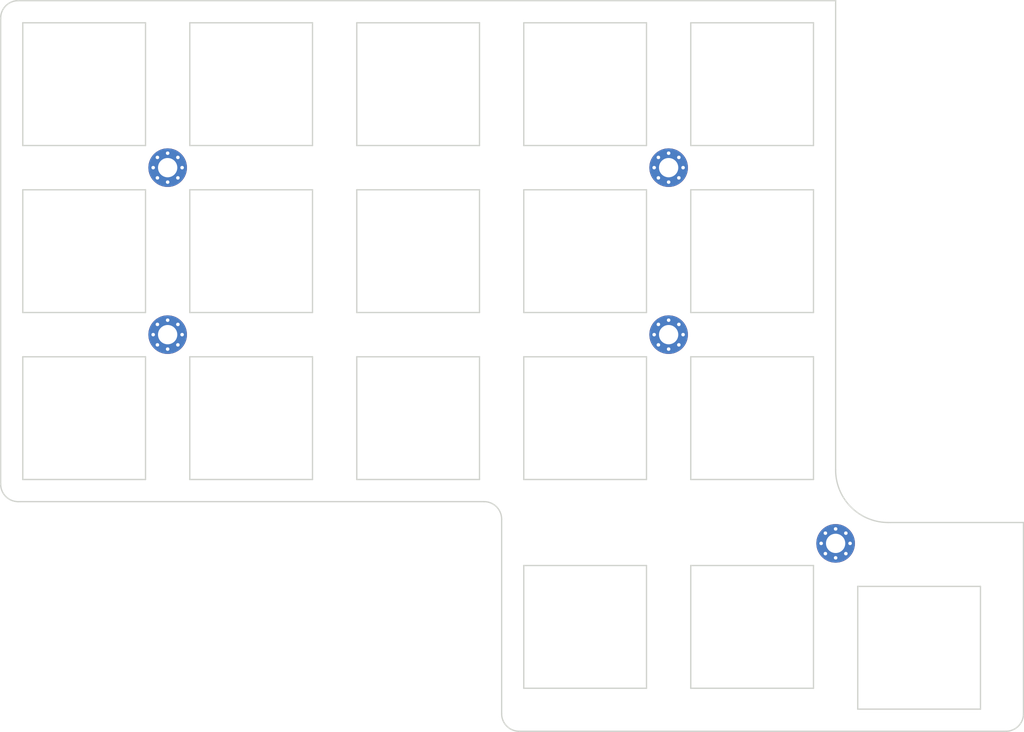
<source format=kicad_pcb>

            
(kicad_pcb (version 20171130) (host pcbnew 5.1.6)

  (page A3)
  (title_block
    (title clyde-plate)
    (rev 1.0.0)
    (company sboysel)
  )

  (general
    (thickness 1.6)
  )

  (layers
    (0 F.Cu signal)
    (31 B.Cu signal)
    (32 B.Adhes user)
    (33 F.Adhes user)
    (34 B.Paste user)
    (35 F.Paste user)
    (36 B.SilkS user)
    (37 F.SilkS user)
    (38 B.Mask user)
    (39 F.Mask user)
    (40 Dwgs.User user)
    (41 Cmts.User user)
    (42 Eco1.User user)
    (43 Eco2.User user)
    (44 Edge.Cuts user)
    (45 Margin user)
    (46 B.CrtYd user)
    (47 F.CrtYd user)
    (48 B.Fab user)
    (49 F.Fab user)
  )

  (setup
    (last_trace_width 0.25)
    (trace_clearance 0.2)
    (zone_clearance 0.508)
    (zone_45_only no)
    (trace_min 0.2)
    (via_size 0.8)
    (via_drill 0.4)
    (via_min_size 0.4)
    (via_min_drill 0.3)
    (uvia_size 0.3)
    (uvia_drill 0.1)
    (uvias_allowed no)
    (uvia_min_size 0.2)
    (uvia_min_drill 0.1)
    (edge_width 0.05)
    (segment_width 0.2)
    (pcb_text_width 0.3)
    (pcb_text_size 1.5 1.5)
    (mod_edge_width 0.12)
    (mod_text_size 1 1)
    (mod_text_width 0.15)
    (pad_size 1.524 1.524)
    (pad_drill 0.762)
    (pad_to_mask_clearance 0.05)
    (aux_axis_origin 0 0)
    (visible_elements FFFFFF7F)
    (pcbplotparams
      (layerselection 0x010fc_ffffffff)
      (usegerberextensions false)
      (usegerberattributes true)
      (usegerberadvancedattributes true)
      (creategerberjobfile true)
      (excludeedgelayer true)
      (linewidth 0.100000)
      (plotframeref false)
      (viasonmask false)
      (mode 1)
      (useauxorigin false)
      (hpglpennumber 1)
      (hpglpenspeed 20)
      (hpglpendiameter 15.000000)
      (psnegative false)
      (psa4output false)
      (plotreference true)
      (plotvalue true)
      (plotinvisibletext false)
      (padsonsilk false)
      (subtractmaskfromsilk false)
      (outputformat 1)
      (mirror false)
      (drillshape 1)
      (scaleselection 1)
      (outputdirectory ""))
  )

            (net 0 "")
            
  (net_class Default "This is the default net class."
    (clearance 0.2)
    (trace_width 0.25)
    (via_dia 0.8)
    (via_drill 0.4)
    (uvia_dia 0.3)
    (uvia_drill 0.1)
    (add_net "")
  )

            
    (module "MountingHole_2.2mm_M2_Pad_Via" (version 20210722) (generator pcbnew) (layer "F.Cu")
      (tedit 56DDB9C7)
      (at 238.12500000000003 166.6875 0) 
    
      (fp_text reference "_1" (at 0 -3.2) (layer "F.SilkS") hide 
        (effects (font (size 1 1) (thickness 0.15)))
        (tstamp b68bb25c-687d-44b1-b966-dad4cac66b35)
      )
    
      (fp_circle (center 0 0) (end 2.45 0) (layer "F.CrtYd") (width 0.05) (fill none) (tstamp b2688462-c375-45d3-9095-3425fb17c88f))
      (pad "1" thru_hole circle locked (at 1.166726 1.166726) (size 0.7 0.7) (drill 0.4) (layers *.Cu *.Mask) (tstamp 2a7fc905-328f-4bbb-9222-ca8d15d03a86))
      (pad "1" thru_hole circle locked (at 0 0) (size 4.4 4.4) (drill 2.2) (layers *.Cu *.Mask) (tstamp 47ee1d53-0551-4b6d-bc24-3f3f14c73c36))
      (pad "1" thru_hole circle locked (at 0 1.65) (size 0.7 0.7) (drill 0.4) (layers *.Cu *.Mask) (tstamp 4eef65bc-4add-40d7-8319-14dcdbae0d44))
      (pad "1" thru_hole circle locked (at 1.166726 -1.166726) (size 0.7 0.7) (drill 0.4) (layers *.Cu *.Mask) (tstamp 56155f4d-2ebc-4ad4-8d82-7aa7846deba8))
      (pad "1" thru_hole circle locked (at -1.65 0) (size 0.7 0.7) (drill 0.4) (layers *.Cu *.Mask) (tstamp 787d6162-1d3c-4def-859e-6532ce27c1ef))
      (pad "1" thru_hole circle locked (at -1.166726 -1.166726) (size 0.7 0.7) (drill 0.4) (layers *.Cu *.Mask) (tstamp 8d699d12-7099-4814-bbe6-11bc74c6e8b2))
      (pad "1" thru_hole circle locked (at -1.166726 1.166726) (size 0.7 0.7) (drill 0.4) (layers *.Cu *.Mask) (tstamp 95ab0420-a56b-46ee-98ad-5072a1a93a6f))
      (pad "1" thru_hole circle locked (at 1.65 0) (size 0.7 0.7) (drill 0.4) (layers *.Cu *.Mask) (tstamp cde0acf2-b3b4-46de-9f6e-3ab519744000))
      (pad "1" thru_hole circle locked (at 0 -1.65) (size 0.7 0.7) (drill 0.4) (layers *.Cu *.Mask) (tstamp ff0de415-ae11-46fb-b780-c24aee621212))
    )

    (module "MountingHole_2.2mm_M2_Pad_Via" (version 20210722) (generator pcbnew) (layer "F.Cu")
      (tedit 56DDB9C7)
      (at 161.925 123.82499999999999 0) 
    
      (fp_text reference "_2" (at 0 -3.2) (layer "F.SilkS") hide 
        (effects (font (size 1 1) (thickness 0.15)))
        (tstamp b68bb25c-687d-44b1-b966-dad4cac66b35)
      )
    
      (fp_circle (center 0 0) (end 2.45 0) (layer "F.CrtYd") (width 0.05) (fill none) (tstamp b2688462-c375-45d3-9095-3425fb17c88f))
      (pad "1" thru_hole circle locked (at 1.166726 1.166726) (size 0.7 0.7) (drill 0.4) (layers *.Cu *.Mask) (tstamp 2a7fc905-328f-4bbb-9222-ca8d15d03a86))
      (pad "1" thru_hole circle locked (at 0 0) (size 4.4 4.4) (drill 2.2) (layers *.Cu *.Mask) (tstamp 47ee1d53-0551-4b6d-bc24-3f3f14c73c36))
      (pad "1" thru_hole circle locked (at 0 1.65) (size 0.7 0.7) (drill 0.4) (layers *.Cu *.Mask) (tstamp 4eef65bc-4add-40d7-8319-14dcdbae0d44))
      (pad "1" thru_hole circle locked (at 1.166726 -1.166726) (size 0.7 0.7) (drill 0.4) (layers *.Cu *.Mask) (tstamp 56155f4d-2ebc-4ad4-8d82-7aa7846deba8))
      (pad "1" thru_hole circle locked (at -1.65 0) (size 0.7 0.7) (drill 0.4) (layers *.Cu *.Mask) (tstamp 787d6162-1d3c-4def-859e-6532ce27c1ef))
      (pad "1" thru_hole circle locked (at -1.166726 -1.166726) (size 0.7 0.7) (drill 0.4) (layers *.Cu *.Mask) (tstamp 8d699d12-7099-4814-bbe6-11bc74c6e8b2))
      (pad "1" thru_hole circle locked (at -1.166726 1.166726) (size 0.7 0.7) (drill 0.4) (layers *.Cu *.Mask) (tstamp 95ab0420-a56b-46ee-98ad-5072a1a93a6f))
      (pad "1" thru_hole circle locked (at 1.65 0) (size 0.7 0.7) (drill 0.4) (layers *.Cu *.Mask) (tstamp cde0acf2-b3b4-46de-9f6e-3ab519744000))
      (pad "1" thru_hole circle locked (at 0 -1.65) (size 0.7 0.7) (drill 0.4) (layers *.Cu *.Mask) (tstamp ff0de415-ae11-46fb-b780-c24aee621212))
    )

    (module "MountingHole_2.2mm_M2_Pad_Via" (version 20210722) (generator pcbnew) (layer "F.Cu")
      (tedit 56DDB9C7)
      (at 161.925 142.875 0) 
    
      (fp_text reference "_3" (at 0 -3.2) (layer "F.SilkS") hide 
        (effects (font (size 1 1) (thickness 0.15)))
        (tstamp b68bb25c-687d-44b1-b966-dad4cac66b35)
      )
    
      (fp_circle (center 0 0) (end 2.45 0) (layer "F.CrtYd") (width 0.05) (fill none) (tstamp b2688462-c375-45d3-9095-3425fb17c88f))
      (pad "1" thru_hole circle locked (at 1.166726 1.166726) (size 0.7 0.7) (drill 0.4) (layers *.Cu *.Mask) (tstamp 2a7fc905-328f-4bbb-9222-ca8d15d03a86))
      (pad "1" thru_hole circle locked (at 0 0) (size 4.4 4.4) (drill 2.2) (layers *.Cu *.Mask) (tstamp 47ee1d53-0551-4b6d-bc24-3f3f14c73c36))
      (pad "1" thru_hole circle locked (at 0 1.65) (size 0.7 0.7) (drill 0.4) (layers *.Cu *.Mask) (tstamp 4eef65bc-4add-40d7-8319-14dcdbae0d44))
      (pad "1" thru_hole circle locked (at 1.166726 -1.166726) (size 0.7 0.7) (drill 0.4) (layers *.Cu *.Mask) (tstamp 56155f4d-2ebc-4ad4-8d82-7aa7846deba8))
      (pad "1" thru_hole circle locked (at -1.65 0) (size 0.7 0.7) (drill 0.4) (layers *.Cu *.Mask) (tstamp 787d6162-1d3c-4def-859e-6532ce27c1ef))
      (pad "1" thru_hole circle locked (at -1.166726 -1.166726) (size 0.7 0.7) (drill 0.4) (layers *.Cu *.Mask) (tstamp 8d699d12-7099-4814-bbe6-11bc74c6e8b2))
      (pad "1" thru_hole circle locked (at -1.166726 1.166726) (size 0.7 0.7) (drill 0.4) (layers *.Cu *.Mask) (tstamp 95ab0420-a56b-46ee-98ad-5072a1a93a6f))
      (pad "1" thru_hole circle locked (at 1.65 0) (size 0.7 0.7) (drill 0.4) (layers *.Cu *.Mask) (tstamp cde0acf2-b3b4-46de-9f6e-3ab519744000))
      (pad "1" thru_hole circle locked (at 0 -1.65) (size 0.7 0.7) (drill 0.4) (layers *.Cu *.Mask) (tstamp ff0de415-ae11-46fb-b780-c24aee621212))
    )

    (module "MountingHole_2.2mm_M2_Pad_Via" (version 20210722) (generator pcbnew) (layer "F.Cu")
      (tedit 56DDB9C7)
      (at 219.07500000000002 123.82499999999999 0) 
    
      (fp_text reference "_4" (at 0 -3.2) (layer "F.SilkS") hide 
        (effects (font (size 1 1) (thickness 0.15)))
        (tstamp b68bb25c-687d-44b1-b966-dad4cac66b35)
      )
    
      (fp_circle (center 0 0) (end 2.45 0) (layer "F.CrtYd") (width 0.05) (fill none) (tstamp b2688462-c375-45d3-9095-3425fb17c88f))
      (pad "1" thru_hole circle locked (at 1.166726 1.166726) (size 0.7 0.7) (drill 0.4) (layers *.Cu *.Mask) (tstamp 2a7fc905-328f-4bbb-9222-ca8d15d03a86))
      (pad "1" thru_hole circle locked (at 0 0) (size 4.4 4.4) (drill 2.2) (layers *.Cu *.Mask) (tstamp 47ee1d53-0551-4b6d-bc24-3f3f14c73c36))
      (pad "1" thru_hole circle locked (at 0 1.65) (size 0.7 0.7) (drill 0.4) (layers *.Cu *.Mask) (tstamp 4eef65bc-4add-40d7-8319-14dcdbae0d44))
      (pad "1" thru_hole circle locked (at 1.166726 -1.166726) (size 0.7 0.7) (drill 0.4) (layers *.Cu *.Mask) (tstamp 56155f4d-2ebc-4ad4-8d82-7aa7846deba8))
      (pad "1" thru_hole circle locked (at -1.65 0) (size 0.7 0.7) (drill 0.4) (layers *.Cu *.Mask) (tstamp 787d6162-1d3c-4def-859e-6532ce27c1ef))
      (pad "1" thru_hole circle locked (at -1.166726 -1.166726) (size 0.7 0.7) (drill 0.4) (layers *.Cu *.Mask) (tstamp 8d699d12-7099-4814-bbe6-11bc74c6e8b2))
      (pad "1" thru_hole circle locked (at -1.166726 1.166726) (size 0.7 0.7) (drill 0.4) (layers *.Cu *.Mask) (tstamp 95ab0420-a56b-46ee-98ad-5072a1a93a6f))
      (pad "1" thru_hole circle locked (at 1.65 0) (size 0.7 0.7) (drill 0.4) (layers *.Cu *.Mask) (tstamp cde0acf2-b3b4-46de-9f6e-3ab519744000))
      (pad "1" thru_hole circle locked (at 0 -1.65) (size 0.7 0.7) (drill 0.4) (layers *.Cu *.Mask) (tstamp ff0de415-ae11-46fb-b780-c24aee621212))
    )

    (module "MountingHole_2.2mm_M2_Pad_Via" (version 20210722) (generator pcbnew) (layer "F.Cu")
      (tedit 56DDB9C7)
      (at 219.07500000000002 142.875 0) 
    
      (fp_text reference "_5" (at 0 -3.2) (layer "F.SilkS") hide 
        (effects (font (size 1 1) (thickness 0.15)))
        (tstamp b68bb25c-687d-44b1-b966-dad4cac66b35)
      )
    
      (fp_circle (center 0 0) (end 2.45 0) (layer "F.CrtYd") (width 0.05) (fill none) (tstamp b2688462-c375-45d3-9095-3425fb17c88f))
      (pad "1" thru_hole circle locked (at 1.166726 1.166726) (size 0.7 0.7) (drill 0.4) (layers *.Cu *.Mask) (tstamp 2a7fc905-328f-4bbb-9222-ca8d15d03a86))
      (pad "1" thru_hole circle locked (at 0 0) (size 4.4 4.4) (drill 2.2) (layers *.Cu *.Mask) (tstamp 47ee1d53-0551-4b6d-bc24-3f3f14c73c36))
      (pad "1" thru_hole circle locked (at 0 1.65) (size 0.7 0.7) (drill 0.4) (layers *.Cu *.Mask) (tstamp 4eef65bc-4add-40d7-8319-14dcdbae0d44))
      (pad "1" thru_hole circle locked (at 1.166726 -1.166726) (size 0.7 0.7) (drill 0.4) (layers *.Cu *.Mask) (tstamp 56155f4d-2ebc-4ad4-8d82-7aa7846deba8))
      (pad "1" thru_hole circle locked (at -1.65 0) (size 0.7 0.7) (drill 0.4) (layers *.Cu *.Mask) (tstamp 787d6162-1d3c-4def-859e-6532ce27c1ef))
      (pad "1" thru_hole circle locked (at -1.166726 -1.166726) (size 0.7 0.7) (drill 0.4) (layers *.Cu *.Mask) (tstamp 8d699d12-7099-4814-bbe6-11bc74c6e8b2))
      (pad "1" thru_hole circle locked (at -1.166726 1.166726) (size 0.7 0.7) (drill 0.4) (layers *.Cu *.Mask) (tstamp 95ab0420-a56b-46ee-98ad-5072a1a93a6f))
      (pad "1" thru_hole circle locked (at 1.65 0) (size 0.7 0.7) (drill 0.4) (layers *.Cu *.Mask) (tstamp cde0acf2-b3b4-46de-9f6e-3ab519744000))
      (pad "1" thru_hole circle locked (at 0 -1.65) (size 0.7 0.7) (drill 0.4) (layers *.Cu *.Mask) (tstamp ff0de415-ae11-46fb-b780-c24aee621212))
    )
            (gr_line (start 142.875 159.925) (end 142.875 106.77499999999999) (angle 90) (layer Edge.Cuts) (width 0.15))
(gr_line (start 144.875 104.77499999999999) (end 238.12500000000003 104.77499999999999) (angle 90) (layer Edge.Cuts) (width 0.15))
(gr_line (start 259.55625000000003 164.30625) (end 259.55625000000003 186.11875) (angle 90) (layer Edge.Cuts) (width 0.15))
(gr_line (start 257.55625000000003 188.11875) (end 202.025 188.11875) (angle 90) (layer Edge.Cuts) (width 0.15))
(gr_line (start 200.025 186.11875) (end 200.025 163.925) (angle 90) (layer Edge.Cuts) (width 0.15))
(gr_line (start 198.025 161.925) (end 144.875 161.925) (angle 90) (layer Edge.Cuts) (width 0.15))
(gr_arc (start 144.875 106.77499999999999) (end 144.875 104.77499999999999) (angle -90) (layer Edge.Cuts) (width 0.15))
(gr_arc (start 257.55625000000003 186.11875) (end 257.55625000000003 188.11875) (angle -90) (layer Edge.Cuts) (width 0.15))
(gr_arc (start 202.025 186.11875) (end 200.025 186.11875) (angle -90) (layer Edge.Cuts) (width 0.15))
(gr_arc (start 198.025 163.925) (end 200.025 163.925) (angle -90) (layer Edge.Cuts) (width 0.15))
(gr_arc (start 144.875 159.925) (end 142.875 159.925) (angle -90) (layer Edge.Cuts) (width 0.15))
(gr_line (start 238.12500000000003 104.77499999999999) (end 238.12500000000003 158.30625) (angle 90) (layer Edge.Cuts) (width 0.15))
(gr_line (start 244.12500000000003 164.30625) (end 259.55625000000003 164.30625) (angle 90) (layer Edge.Cuts) (width 0.15))
(gr_arc (start 244.12500000000003 158.30625) (end 238.12500000000003 158.30625) (angle -90) (layer Edge.Cuts) (width 0.15))
(gr_line (start 145.4 159.4) (end 159.4 159.4) (angle 90) (layer Edge.Cuts) (width 0.15))
(gr_line (start 159.4 159.4) (end 159.4 145.4) (angle 90) (layer Edge.Cuts) (width 0.15))
(gr_line (start 159.4 145.4) (end 145.4 145.4) (angle 90) (layer Edge.Cuts) (width 0.15))
(gr_line (start 145.4 145.4) (end 145.4 159.4) (angle 90) (layer Edge.Cuts) (width 0.15))
(gr_line (start 145.4 140.35) (end 159.4 140.35) (angle 90) (layer Edge.Cuts) (width 0.15))
(gr_line (start 159.4 140.35) (end 159.4 126.35) (angle 90) (layer Edge.Cuts) (width 0.15))
(gr_line (start 159.4 126.35) (end 145.4 126.35) (angle 90) (layer Edge.Cuts) (width 0.15))
(gr_line (start 145.4 126.35) (end 145.4 140.35) (angle 90) (layer Edge.Cuts) (width 0.15))
(gr_line (start 145.4 121.3) (end 159.4 121.3) (angle 90) (layer Edge.Cuts) (width 0.15))
(gr_line (start 159.4 121.3) (end 159.4 107.3) (angle 90) (layer Edge.Cuts) (width 0.15))
(gr_line (start 159.4 107.3) (end 145.4 107.3) (angle 90) (layer Edge.Cuts) (width 0.15))
(gr_line (start 145.4 107.3) (end 145.4 121.3) (angle 90) (layer Edge.Cuts) (width 0.15))
(gr_line (start 164.45000000000002 159.4) (end 178.45000000000002 159.4) (angle 90) (layer Edge.Cuts) (width 0.15))
(gr_line (start 178.45000000000002 159.4) (end 178.45000000000002 145.4) (angle 90) (layer Edge.Cuts) (width 0.15))
(gr_line (start 178.45000000000002 145.4) (end 164.45000000000002 145.4) (angle 90) (layer Edge.Cuts) (width 0.15))
(gr_line (start 164.45000000000002 145.4) (end 164.45000000000002 159.4) (angle 90) (layer Edge.Cuts) (width 0.15))
(gr_line (start 164.45000000000002 140.35) (end 178.45000000000002 140.35) (angle 90) (layer Edge.Cuts) (width 0.15))
(gr_line (start 178.45000000000002 140.35) (end 178.45000000000002 126.35) (angle 90) (layer Edge.Cuts) (width 0.15))
(gr_line (start 178.45000000000002 126.35) (end 164.45000000000002 126.35) (angle 90) (layer Edge.Cuts) (width 0.15))
(gr_line (start 164.45000000000002 126.35) (end 164.45000000000002 140.35) (angle 90) (layer Edge.Cuts) (width 0.15))
(gr_line (start 164.45000000000002 121.3) (end 178.45000000000002 121.3) (angle 90) (layer Edge.Cuts) (width 0.15))
(gr_line (start 178.45000000000002 121.3) (end 178.45000000000002 107.3) (angle 90) (layer Edge.Cuts) (width 0.15))
(gr_line (start 178.45000000000002 107.3) (end 164.45000000000002 107.3) (angle 90) (layer Edge.Cuts) (width 0.15))
(gr_line (start 164.45000000000002 107.3) (end 164.45000000000002 121.3) (angle 90) (layer Edge.Cuts) (width 0.15))
(gr_line (start 183.5 159.4) (end 197.5 159.4) (angle 90) (layer Edge.Cuts) (width 0.15))
(gr_line (start 197.5 159.4) (end 197.5 145.4) (angle 90) (layer Edge.Cuts) (width 0.15))
(gr_line (start 197.5 145.4) (end 183.5 145.4) (angle 90) (layer Edge.Cuts) (width 0.15))
(gr_line (start 183.5 145.4) (end 183.5 159.4) (angle 90) (layer Edge.Cuts) (width 0.15))
(gr_line (start 183.5 140.35) (end 197.5 140.35) (angle 90) (layer Edge.Cuts) (width 0.15))
(gr_line (start 197.5 140.35) (end 197.5 126.35) (angle 90) (layer Edge.Cuts) (width 0.15))
(gr_line (start 197.5 126.35) (end 183.5 126.35) (angle 90) (layer Edge.Cuts) (width 0.15))
(gr_line (start 183.5 126.35) (end 183.5 140.35) (angle 90) (layer Edge.Cuts) (width 0.15))
(gr_line (start 183.5 121.3) (end 197.5 121.3) (angle 90) (layer Edge.Cuts) (width 0.15))
(gr_line (start 197.5 121.3) (end 197.5 107.3) (angle 90) (layer Edge.Cuts) (width 0.15))
(gr_line (start 197.5 107.3) (end 183.5 107.3) (angle 90) (layer Edge.Cuts) (width 0.15))
(gr_line (start 183.5 107.3) (end 183.5 121.3) (angle 90) (layer Edge.Cuts) (width 0.15))
(gr_line (start 202.55 159.4) (end 216.55 159.4) (angle 90) (layer Edge.Cuts) (width 0.15))
(gr_line (start 216.55 159.4) (end 216.55 145.4) (angle 90) (layer Edge.Cuts) (width 0.15))
(gr_line (start 216.55 145.4) (end 202.55 145.4) (angle 90) (layer Edge.Cuts) (width 0.15))
(gr_line (start 202.55 145.4) (end 202.55 159.4) (angle 90) (layer Edge.Cuts) (width 0.15))
(gr_line (start 202.55 140.35) (end 216.55 140.35) (angle 90) (layer Edge.Cuts) (width 0.15))
(gr_line (start 216.55 140.35) (end 216.55 126.35) (angle 90) (layer Edge.Cuts) (width 0.15))
(gr_line (start 216.55 126.35) (end 202.55 126.35) (angle 90) (layer Edge.Cuts) (width 0.15))
(gr_line (start 202.55 126.35) (end 202.55 140.35) (angle 90) (layer Edge.Cuts) (width 0.15))
(gr_line (start 202.55 121.3) (end 216.55 121.3) (angle 90) (layer Edge.Cuts) (width 0.15))
(gr_line (start 216.55 121.3) (end 216.55 107.3) (angle 90) (layer Edge.Cuts) (width 0.15))
(gr_line (start 216.55 107.3) (end 202.55 107.3) (angle 90) (layer Edge.Cuts) (width 0.15))
(gr_line (start 202.55 107.3) (end 202.55 121.3) (angle 90) (layer Edge.Cuts) (width 0.15))
(gr_line (start 221.60000000000002 159.4) (end 235.60000000000002 159.4) (angle 90) (layer Edge.Cuts) (width 0.15))
(gr_line (start 235.60000000000002 159.4) (end 235.60000000000002 145.4) (angle 90) (layer Edge.Cuts) (width 0.15))
(gr_line (start 235.60000000000002 145.4) (end 221.60000000000002 145.4) (angle 90) (layer Edge.Cuts) (width 0.15))
(gr_line (start 221.60000000000002 145.4) (end 221.60000000000002 159.4) (angle 90) (layer Edge.Cuts) (width 0.15))
(gr_line (start 221.60000000000002 140.35) (end 235.60000000000002 140.35) (angle 90) (layer Edge.Cuts) (width 0.15))
(gr_line (start 235.60000000000002 140.35) (end 235.60000000000002 126.35) (angle 90) (layer Edge.Cuts) (width 0.15))
(gr_line (start 235.60000000000002 126.35) (end 221.60000000000002 126.35) (angle 90) (layer Edge.Cuts) (width 0.15))
(gr_line (start 221.60000000000002 126.35) (end 221.60000000000002 140.35) (angle 90) (layer Edge.Cuts) (width 0.15))
(gr_line (start 221.60000000000002 121.3) (end 235.60000000000002 121.3) (angle 90) (layer Edge.Cuts) (width 0.15))
(gr_line (start 235.60000000000002 121.3) (end 235.60000000000002 107.3) (angle 90) (layer Edge.Cuts) (width 0.15))
(gr_line (start 235.60000000000002 107.3) (end 221.60000000000002 107.3) (angle 90) (layer Edge.Cuts) (width 0.15))
(gr_line (start 221.60000000000002 107.3) (end 221.60000000000002 121.3) (angle 90) (layer Edge.Cuts) (width 0.15))
(gr_line (start 202.55 183.2125) (end 216.55 183.2125) (angle 90) (layer Edge.Cuts) (width 0.15))
(gr_line (start 216.55 183.2125) (end 216.55 169.2125) (angle 90) (layer Edge.Cuts) (width 0.15))
(gr_line (start 216.55 169.2125) (end 202.55 169.2125) (angle 90) (layer Edge.Cuts) (width 0.15))
(gr_line (start 202.55 169.2125) (end 202.55 183.2125) (angle 90) (layer Edge.Cuts) (width 0.15))
(gr_line (start 221.60000000000002 183.2125) (end 235.60000000000002 183.2125) (angle 90) (layer Edge.Cuts) (width 0.15))
(gr_line (start 235.60000000000002 183.2125) (end 235.60000000000002 169.2125) (angle 90) (layer Edge.Cuts) (width 0.15))
(gr_line (start 235.60000000000002 169.2125) (end 221.60000000000002 169.2125) (angle 90) (layer Edge.Cuts) (width 0.15))
(gr_line (start 221.60000000000002 169.2125) (end 221.60000000000002 183.2125) (angle 90) (layer Edge.Cuts) (width 0.15))
(gr_line (start 240.65 185.59375) (end 254.65 185.59375) (angle 90) (layer Edge.Cuts) (width 0.15))
(gr_line (start 254.65 185.59375) (end 254.65 171.59375) (angle 90) (layer Edge.Cuts) (width 0.15))
(gr_line (start 254.65 171.59375) (end 240.65 171.59375) (angle 90) (layer Edge.Cuts) (width 0.15))
(gr_line (start 240.65 171.59375) (end 240.65 185.59375) (angle 90) (layer Edge.Cuts) (width 0.15))
            
)

        
</source>
